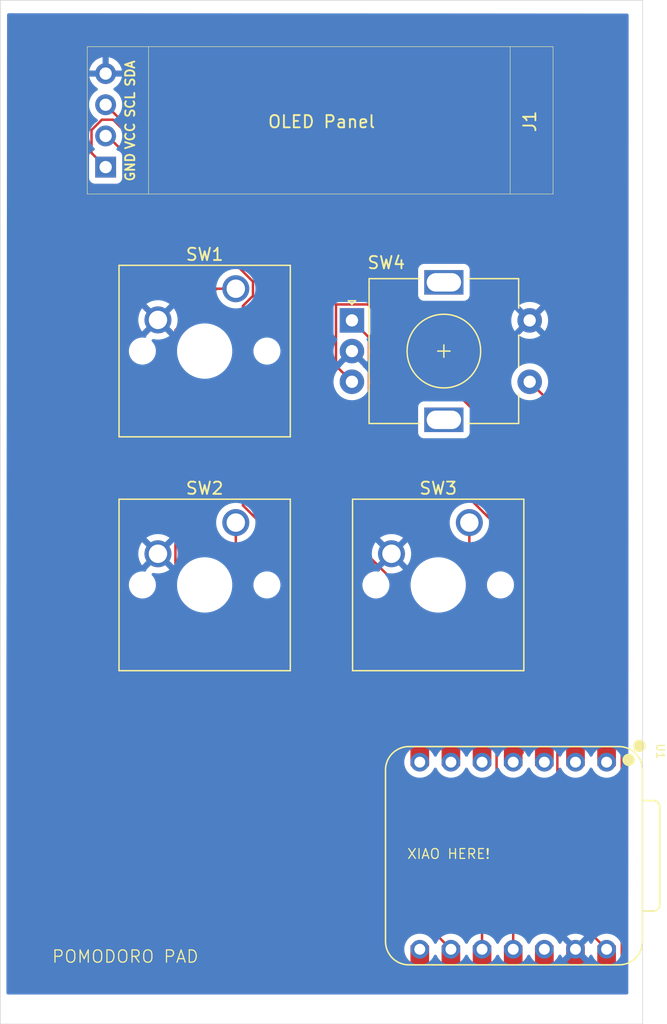
<source format=kicad_pcb>
(kicad_pcb (version 20241229) (generator "pcbnew") (generator_version "9.0")
  (layers (0 "F.Cu" signal) (2 "B.Cu" signal) (13 "F.Paste" user) (15 "B.Paste" user) (5 "F.SilkS" user "F.Silkscreen") (7 "B.SilkS" user "B.Silkscreen") (1 "F.Mask" user) (3 "B.Mask" user) (25 "Edge.Cuts" user))
  (net 0 "")
  (net 1 "Net-(J1-Pin_2)")
  (net 2 "GND")
  (net 3 "Net-(J1-Pin_1)")
  (net 4 "+5V")
  (net 5 "Net-(U1-GPIO2{slash}SCK)")
  (net 6 "Net-(U1-GPIO4{slash}MISO)")
  (net 7 "Net-(U1-GPIO3{slash}MOSI)")
  (net 8 "Net-(U1-GPIO28{slash}ADC2{slash}A2)")
  (net 9 "Net-(U1-GPIO29{slash}ADC3{slash}A3)")
  (net 10 "Net-(U1-GPIO1{slash}RX)")
  (footprint "Button_Switch_Keyboard:SW_Cherry_MX_1.00u_PCB" (layer "F.Cu") (at 159.7025 113.9825)
    (property "Reference" "SW3" (at -2.54 -2.794 0) (layer "F.SilkS"))
    (property "Value" "SW_Push")
    (fp_line (start -9.525 -1.905) (end 4.445 -1.905) (stroke (width 0.12)) (layer "F.SilkS"))
    (fp_line (start -9.525 12.065) (end -9.525 -1.905) (stroke (width 0.12)) (layer "F.SilkS"))
    (fp_line (start 4.445 -1.905) (end 4.445 12.065) (stroke (width 0.12)) (layer "F.SilkS"))
    (fp_line (start 4.445 12.065) (end -9.525 12.065) (stroke (width 0.12)) (layer "F.SilkS"))
    (pad "" np_thru_hole circle (at -7.62 5.08) (size 1.7 1.7) (drill 1.7) (layers "*.Cu" "*.Mask"))
    (pad "" np_thru_hole circle (at -2.54 5.08) (size 4 4) (drill 4) (layers "*.Cu" "*.Mask"))
    (pad "" np_thru_hole circle (at 2.54 5.08) (size 1.7 1.7) (drill 1.7) (layers "*.Cu" "*.Mask"))
    (pad "1" thru_hole circle (at 0 0) (size 2.2 2.2) (drill 1.5) (layers "*.Cu" "*.Mask") (net 7 "Net-(U1-GPIO3{slash}MOSI)"))
    (pad "2" thru_hole circle (at -6.35 2.54) (size 2.2 2.2) (drill 1.5) (layers "*.Cu" "*.Mask") (net 2 "GND"))
  )
  (footprint "Rotary_Encoder:RotaryEncoder_Alps_EC11E-Switch_Vertical_H20mm" (layer "F.Cu") (at 150.125 97.5125)
    (property "Reference" "SW4" (at 2.8 -4.7 0) (layer "F.SilkS"))
    (property "Value" "RotaryEncoder_Switch")
    (fp_line (start -0.3 -1.6) (end 0.3 -1.6) (stroke (width 0.12)) (layer "F.SilkS"))
    (fp_line (start 0 -1.3) (end -0.3 -1.6) (stroke (width 0.12)) (layer "F.SilkS"))
    (fp_line (start 0.3 -1.6) (end 0 -1.3) (stroke (width 0.12)) (layer "F.SilkS"))
    (fp_line (start 1.4 -3.4) (end 1.4 8.4) (stroke (width 0.12)) (layer "F.SilkS"))
    (fp_line (start 5.5 -3.4) (end 1.4 -3.4) (stroke (width 0.12)) (layer "F.SilkS"))
    (fp_line (start 5.5 8.4) (end 1.4 8.4) (stroke (width 0.12)) (layer "F.SilkS"))
    (fp_line (start 7 2.5) (end 8 2.5) (stroke (width 0.12)) (layer "F.SilkS"))
    (fp_line (start 7.5 2) (end 7.5 3) (stroke (width 0.12)) (layer "F.SilkS"))
    (fp_line (start 9.5 -3.4) (end 13.6 -3.4) (stroke (width 0.12)) (layer "F.SilkS"))
    (fp_line (start 13.6 -3.4) (end 13.6 -1) (stroke (width 0.12)) (layer "F.SilkS"))
    (fp_line (start 13.6 1.2) (end 13.6 3.8) (stroke (width 0.12)) (layer "F.SilkS"))
    (fp_line (start 13.6 6) (end 13.6 8.4) (stroke (width 0.12)) (layer "F.SilkS"))
    (fp_line (start 13.6 8.4) (end 9.5 8.4) (stroke (width 0.12)) (layer "F.SilkS"))
    (fp_circle (center 7.5 2.5) (end 10.5 2.5) (stroke (width 0.12)) (fill no) (layer "F.SilkS"))
    (pad "A" thru_hole rect (at 0 0) (size 2 2) (drill 1) (layers "*.Cu" "*.Mask") (net 9 "Net-(U1-GPIO29{slash}ADC3{slash}A3)"))
    (pad "B" thru_hole circle (at 0 5) (size 2 2) (drill 1) (layers "*.Cu" "*.Mask") (net 8 "Net-(U1-GPIO28{slash}ADC2{slash}A2)"))
    (pad "C" thru_hole circle (at 0 2.5) (size 2 2) (drill 1) (layers "*.Cu" "*.Mask") (net 2 "GND"))
    (pad "MP" thru_hole rect (at 7.5 -3.1) (size 3.2 2) (drill oval 2.8 1.5) (layers "*.Cu" "*.Mask"))
    (pad "MP" thru_hole rect (at 7.5 8.1) (size 3.2 2) (drill oval 2.8 1.5) (layers "*.Cu" "*.Mask"))
    (pad "S1" thru_hole circle (at 14.5 5) (size 2 2) (drill 1) (layers "*.Cu" "*.Mask") (net 10 "Net-(U1-GPIO1{slash}RX)"))
    (pad "S2" thru_hole circle (at 14.5 0) (size 2 2) (drill 1) (layers "*.Cu" "*.Mask") (net 2 "GND"))
  )
  (footprint "oled_screen:SSD1306-0.91-OLED-4pin-128x32" (layer "F.Cu") (at 166.5352 87.2158 180)
    (property "Reference" "J1" (at 1.9 5.91 90) (layer "F.SilkS"))
    (property "Value" "Conn_01x04")
    (fp_line (start 38 12) (end 38 0) (stroke (width 0.04)) (layer "F.SilkS"))
    (fp_line (start 38 0) (end 0 0) (stroke (width 0.04)) (layer "F.SilkS"))
    (fp_line (start 33 0) (end 33 12) (stroke (width 0.04)) (layer "F.SilkS"))
    (fp_line (start 3.5 0) (end 3.5 12) (stroke (width 0.04)) (layer "F.SilkS"))
    (fp_line (start 0 12) (end 38 12) (stroke (width 0.04)) (layer "F.SilkS"))
    (fp_line (start 0 0) (end 0 12) (stroke (width 0.04)) (layer "F.SilkS"))
    (fp_text user "GND" (at 34.5 2.19 90) (layer "F.SilkS") (effects (font (size 0.75 0.75))))
    (fp_text user "SCL" (at 34.5 7.27 90) (layer "F.SilkS") (effects (font (size 0.75 0.75))))
    (fp_text user "VCC" (at 34.5 4.73 90) (layer "F.SilkS") (effects (font (size 0.75 0.75))))
    (fp_text user "SDA" (at 34.5 9.81 90) (layer "F.SilkS") (effects (font (size 0.75 0.75))))
    (fp_text user "OLED Panel" (at 18.885 5.885 0) (layer "F.SilkS"))
    (pad "1" thru_hole rect (at 36.5 2.19 180) (size 1.7 1.7) (drill 1) (layers "*.Cu" "*.Mask") (net 3 "Net-(J1-Pin_1)"))
    (pad "2" thru_hole oval (at 36.5 4.73 180) (size 1.7 1.7) (drill 1) (layers "*.Cu" "*.Mask") (net 1 "Net-(J1-Pin_2)"))
    (pad "3" thru_hole oval (at 36.5 7.27 180) (size 1.7 1.7) (drill 1) (layers "*.Cu" "*.Mask") (net 4 "+5V"))
    (pad "4" thru_hole oval (at 36.5 9.81 180) (size 1.7 1.7) (drill 1) (layers "*.Cu" "*.Mask") (net 2 "GND"))
  )
  (footprint "Button_Switch_Keyboard:SW_Cherry_MX_1.00u_PCB" (layer "F.Cu") (at 140.6525 94.9325)
    (property "Reference" "SW1" (at -2.54 -2.794 0) (layer "F.SilkS"))
    (property "Value" "SW_Push")
    (fp_line (start -9.525 -1.905) (end 4.445 -1.905) (stroke (width 0.12)) (layer "F.SilkS"))
    (fp_line (start -9.525 12.065) (end -9.525 -1.905) (stroke (width 0.12)) (layer "F.SilkS"))
    (fp_line (start 4.445 -1.905) (end 4.445 12.065) (stroke (width 0.12)) (layer "F.SilkS"))
    (fp_line (start 4.445 12.065) (end -9.525 12.065) (stroke (width 0.12)) (layer "F.SilkS"))
    (pad "" np_thru_hole circle (at -7.62 5.08) (size 1.7 1.7) (drill 1.7) (layers "*.Cu" "*.Mask"))
    (pad "" np_thru_hole circle (at -2.54 5.08) (size 4 4) (drill 4) (layers "*.Cu" "*.Mask"))
    (pad "" np_thru_hole circle (at 2.54 5.08) (size 1.7 1.7) (drill 1.7) (layers "*.Cu" "*.Mask"))
    (pad "1" thru_hole circle (at 0 0) (size 2.2 2.2) (drill 1.5) (layers "*.Cu" "*.Mask") (net 5 "Net-(U1-GPIO2{slash}SCK)"))
    (pad "2" thru_hole circle (at -6.35 2.54) (size 2.2 2.2) (drill 1.5) (layers "*.Cu" "*.Mask") (net 2 "GND"))
  )
  (footprint "Button_Switch_Keyboard:SW_Cherry_MX_1.00u_PCB" (layer "F.Cu") (at 140.6525 113.9825)
    (property "Reference" "SW2" (at -2.54 -2.794 0) (layer "F.SilkS"))
    (property "Value" "SW_Push")
    (fp_line (start -9.525 -1.905) (end 4.445 -1.905) (stroke (width 0.12)) (layer "F.SilkS"))
    (fp_line (start -9.525 12.065) (end -9.525 -1.905) (stroke (width 0.12)) (layer "F.SilkS"))
    (fp_line (start 4.445 -1.905) (end 4.445 12.065) (stroke (width 0.12)) (layer "F.SilkS"))
    (fp_line (start 4.445 12.065) (end -9.525 12.065) (stroke (width 0.12)) (layer "F.SilkS"))
    (pad "" np_thru_hole circle (at -7.62 5.08) (size 1.7 1.7) (drill 1.7) (layers "*.Cu" "*.Mask"))
    (pad "" np_thru_hole circle (at -2.54 5.08) (size 4 4) (drill 4) (layers "*.Cu" "*.Mask"))
    (pad "" np_thru_hole circle (at 2.54 5.08) (size 1.7 1.7) (drill 1.7) (layers "*.Cu" "*.Mask"))
    (pad "1" thru_hole circle (at 0 0) (size 2.2 2.2) (drill 1.5) (layers "*.Cu" "*.Mask") (net 6 "Net-(U1-GPIO4{slash}MISO)"))
    (pad "2" thru_hole circle (at -6.35 2.54) (size 2.2 2.2) (drill 1.5) (layers "*.Cu" "*.Mask") (net 2 "GND"))
  )
  (footprint "OPL:XIAO-RP2040-DIP" (layer "F.Cu") (at 163.28 141.12 -90)
    (property "Reference" "U1" (at -8.5 -12 270) (layer "F.SilkS") (effects (font (size 0.635 0.635) (thickness 0.1016))))
    (property "Value" "XIAO-RP2040-DIP")
    (fp_line (start -6.985 10.414) (end 6.985 10.414) (stroke (width 0.127)) (layer "F.SilkS"))
    (fp_line (start -8.89 8.509) (end -8.89 -8.636) (stroke (width 0.127)) (layer "F.SilkS"))
    (fp_line (start 8.89 8.509) (end 8.89 -8.636) (stroke (width 0.127)) (layer "F.SilkS"))
    (fp_line (start -4.495 -10.541) (end -4.491272 -11.451272) (stroke (width 0.127)) (layer "F.SilkS"))
    (fp_line (start 6.985 -10.541) (end -6.985 -10.541) (stroke (width 0.1)) (layer "F.SilkS"))
    (fp_line (start 6.985 -10.541) (end -6.985 -10.541) (stroke (width 0.127)) (layer "F.SilkS"))
    (fp_line (start 4.504 -11.451) (end 4.504 -10.541) (stroke (width 0.127)) (layer "F.SilkS"))
    (fp_line (start -3.991272 -11.951) (end 4.004 -11.951) (stroke (width 0.127)) (layer "F.SilkS"))
    (fp_arc (start -6.985 10.414) (mid -8.332038 9.856038) (end -8.89 8.509) (stroke (width 0.127)) (layer "F.SilkS"))
    (fp_arc (start 8.89 8.509) (mid 8.332038 9.856038) (end 6.985 10.414) (stroke (width 0.127)) (layer "F.SilkS"))
    (fp_arc (start -8.89 -8.636) (mid -8.332038 -9.983038) (end -6.985 -10.541) (stroke (width 0.127)) (layer "F.SilkS"))
    (fp_arc (start 6.985 -10.541) (mid 8.332038 -9.983038) (end 8.89 -8.636) (stroke (width 0.127)) (layer "F.SilkS"))
    (fp_arc (start -4.491272 -11.451272) (mid -4.344728 -11.80464) (end -3.991272 -11.951) (stroke (width 0.127)) (layer "F.SilkS"))
    (fp_arc (start 4.004 -11.951) (mid 4.357553 -11.804553) (end 4.504 -11.451) (stroke (width 0.127)) (layer "F.SilkS"))
    (fp_circle (center -7.807 -9.42) (end -7.807 -9.674) (stroke (width 0.5)) (fill yes) (layer "F.SilkS"))
    (fp_circle (center -8.95 -10.3) (end -8.95 -10.554) (stroke (width 0.5)) (fill yes) (layer "F.SilkS"))
    (pad "1" smd roundrect (at -8.455 -7.62 90) (size 2.432 1.524) (layers "F.Cu" "F.Mask") (roundrect_rratio 0.1))
    (pad "1" thru_hole circle (at -7.62 -7.62 90) (size 1.524 1.524) (drill 0.889) (layers "*.Cu" "*.Mask"))
    (pad "2" smd roundrect (at -8.455 -5.08 90) (size 2.432 1.524) (layers "F.Cu" "F.Mask") (roundrect_rratio 0.1))
    (pad "2" thru_hole circle (at -7.62 -5.08 90) (size 1.524 1.524) (drill 0.889) (layers "*.Cu" "*.Mask"))
    (pad "3" smd roundrect (at -8.455 -2.54 90) (size 2.432 1.524) (layers "F.Cu" "F.Mask") (roundrect_rratio 0.1) (net 8 "Net-(U1-GPIO28{slash}ADC2{slash}A2)"))
    (pad "3" thru_hole circle (at -7.62 -2.54 90) (size 1.524 1.524) (drill 0.889) (layers "*.Cu" "*.Mask") (net 8 "Net-(U1-GPIO28{slash}ADC2{slash}A2)"))
    (pad "4" smd roundrect (at -8.455 0 90) (size 2.432 1.524) (layers "F.Cu" "F.Mask") (roundrect_rratio 0.1) (net 9 "Net-(U1-GPIO29{slash}ADC3{slash}A3)"))
    (pad "4" thru_hole circle (at -7.62 0 90) (size 1.524 1.524) (drill 0.889) (layers "*.Cu" "*.Mask") (net 9 "Net-(U1-GPIO29{slash}ADC3{slash}A3)"))
    (pad "5" smd roundrect (at -8.455 2.54 90) (size 2.432 1.524) (layers "F.Cu" "F.Mask") (roundrect_rratio 0.1) (net 3 "Net-(J1-Pin_1)"))
    (pad "5" thru_hole circle (at -7.62 2.54 90) (size 1.524 1.524) (drill 0.889) (layers "*.Cu" "*.Mask") (net 3 "Net-(J1-Pin_1)"))
    (pad "6" smd roundrect (at -8.455 5.08 90) (size 2.432 1.524) (layers "F.Cu" "F.Mask") (roundrect_rratio 0.1) (net 1 "Net-(J1-Pin_2)"))
    (pad "6" thru_hole circle (at -7.62 5.08 90) (size 1.524 1.524) (drill 0.889) (layers "*.Cu" "*.Mask") (net 1 "Net-(J1-Pin_2)"))
    (pad "7" smd roundrect (at -8.455 7.62 90) (size 2.432 1.524) (layers "F.Cu" "F.Mask") (roundrect_rratio 0.1))
    (pad "7" thru_hole circle (at -7.62 7.62 90) (size 1.524 1.524) (drill 0.889) (layers "*.Cu" "*.Mask"))
    (pad "8" thru_hole circle (at 7.62 7.62 270) (size 1.524 1.524) (drill 0.889) (layers "*.Cu" "*.Mask") (net 10 "Net-(U1-GPIO1{slash}RX)"))
    (pad "8" smd roundrect (at 8.455 7.62 270) (size 2.432 1.524) (layers "F.Cu" "F.Mask") (roundrect_rratio 0.1) (net 10 "Net-(U1-GPIO1{slash}RX)"))
    (pad "9" thru_hole circle (at 7.62 5.08 270) (size 1.524 1.524) (drill 0.889) (layers "*.Cu" "*.Mask") (net 5 "Net-(U1-GPIO2{slash}SCK)"))
    (pad "9" smd roundrect (at 8.455 5.08 270) (size 2.432 1.524) (layers "F.Cu" "F.Mask") (roundrect_rratio 0.1) (net 5 "Net-(U1-GPIO2{slash}SCK)"))
    (pad "10" thru_hole circle (at 7.62 2.54 270) (size 1.524 1.524) (drill 0.889) (layers "*.Cu" "*.Mask") (net 6 "Net-(U1-GPIO4{slash}MISO)"))
    (pad "10" smd roundrect (at 8.455 2.54 270) (size 2.432 1.524) (layers "F.Cu" "F.Mask") (roundrect_rratio 0.1) (net 6 "Net-(U1-GPIO4{slash}MISO)"))
    (pad "11" thru_hole circle (at 7.62 0 270) (size 1.524 1.524) (drill 0.889) (layers "*.Cu" "*.Mask") (net 7 "Net-(U1-GPIO3{slash}MOSI)"))
    (pad "11" smd roundrect (at 8.455 0 270) (size 2.432 1.524) (layers "F.Cu" "F.Mask") (roundrect_rratio 0.1) (net 7 "Net-(U1-GPIO3{slash}MOSI)"))
    (pad "12" thru_hole circle (at 7.62 -2.54 270) (size 1.524 1.524) (drill 0.889) (layers "*.Cu" "*.Mask"))
    (pad "12" smd roundrect (at 8.455 -2.54 270) (size 2.432 1.524) (layers "F.Cu" "F.Mask") (roundrect_rratio 0.1))
    (pad "13" thru_hole circle (at 7.62 -5.08 270) (size 1.524 1.524) (drill 0.889) (layers "*.Cu" "*.Mask") (net 2 "GND"))
    (pad "13" smd roundrect (at 8.455 -5.08 270) (size 2.432 1.524) (layers "F.Cu" "F.Mask") (roundrect_rratio 0.1) (net 2 "GND"))
    (pad "14" thru_hole circle (at 7.62 -7.62 270) (size 1.524 1.524) (drill 0.889) (layers "*.Cu" "*.Mask") (net 4 "+5V"))
    (pad "14" smd roundrect (at 8.455 -7.62 270) (size 2.432 1.524) (layers "F.Cu" "F.Mask") (roundrect_rratio 0.1) (net 4 "+5V"))
  )
  (gr_rect (start 121.44375 71.4375) (end 173.83125 154.825) (stroke (width 0.05)) (fill no) (layer "Edge.Cuts"))
  (gr_text "POMODORO PAD\n" (at 125.6 149.92 0) (layer "F.SilkS") (effects (font (size 1 1) (thickness 0.1)) (justify left bottom)))
  (gr_text "XIAO HERE!" (at 154.58 141.44 0) (layer "F.SilkS") (effects (font (size 0.8 0.8) (thickness 0.1)) (justify left bottom)))
  (segment (start 158.2 129.548686) (end 158.2 133.5) (width 0.2) (layer "F.Cu") (net 1))
  (segment (start 141.232814 96.3335) (end 141.232814 112.5815) (width 0.2) (layer "F.Cu") (net 1))
  (segment (start 130.0352 82.4858) (end 130.187114 82.4858) (width 0.2) (layer "F.Cu") (net 1))
  (segment (start 142.0535 95.512814) (end 141.232814 96.3335) (width 0.2) (layer "F.Cu") (net 1))
  (segment (start 141.232814 112.5815) (end 158.2 129.548686) (width 0.2) (layer "F.Cu") (net 1))
  (segment (start 130.187114 82.4858) (end 142.0535 94.352186) (width 0.2) (layer "F.Cu") (net 1))
  (segment (start 142.0535 94.352186) (end 142.0535 95.512814) (width 0.2) (layer "F.Cu") (net 1))
  (segment (start 130.64352 81.16432) (end 145.0209 95.5417) (width 0.2) (layer "F.Cu") (net 3))
  (segment (start 128.8842 82.00904) (end 129.72892 81.16432) (width 0.2) (layer "F.Cu") (net 3))
  (segment (start 145.0209 95.5417) (end 145.0209 110.245716) (width 0.2) (layer "F.Cu") (net 3))
  (segment (start 145.0209 110.245716) (end 160.74 125.964816) (width 0.2) (layer "F.Cu") (net 3))
  (segment (start 160.74 125.964816) (end 160.74 133.5) (width 0.2) (layer "F.Cu") (net 3))
  (segment (start 130.0352 85.0258) (end 128.8842 83.8748) (width 0.2) (layer "F.Cu") (net 3))
  (segment (start 129.72892 81.16432) (end 130.64352 81.16432) (width 0.2) (layer "F.Cu") (net 3))
  (segment (start 128.8842 83.8748) (end 128.8842 82.00904) (width 0.2) (layer "F.Cu") (net 3))
  (segment (start 166.883 144.723) (end 166.883 111.1014) (width 0.2) (layer "F.Cu") (net 4))
  (segment (start 170.9 148.74) (end 166.883 144.723) (width 0.2) (layer "F.Cu") (net 4))
  (segment (start 145.187 95.0976) (end 130.0352 79.9458) (width 0.2) (layer "F.Cu") (net 4))
  (segment (start 166.883 111.1014) (end 150.8792 95.0976) (width 0.2) (layer "F.Cu") (net 4))
  (segment (start 146.0754 95.0976) (end 145.187 95.0976) (width 0.2) (layer "F.Cu") (net 4))
  (segment (start 150.8792 95.0976) (end 146.0754 95.0976) (width 0.2) (layer "F.Cu") (net 4))
  (segment (start 158.2 148.74) (end 135.73125 126.27125) (width 0.2) (layer "F.Cu") (net 5))
  (segment (start 139.096866 94.9325) (end 140.6525 94.9325) (width 0.2) (layer "F.Cu") (net 5))
  (segment (start 135.73125 98.298116) (end 139.096866 94.9325) (width 0.2) (layer "F.Cu") (net 5))
  (segment (start 135.73125 126.27125) (end 135.73125 98.298116) (width 0.2) (layer "F.Cu") (net 5))
  (segment (start 160.74 141.69) (end 160.74 148.74) (width 0.2) (layer "F.Cu") (net 6))
  (segment (start 140.6525 113.9825) (end 140.6525 121.6025) (width 0.2) (layer "F.Cu") (net 6))
  (segment (start 140.6525 121.6025) (end 160.74 141.69) (width 0.2) (layer "F.Cu") (net 6))
  (segment (start 159.7025 118.22097) (end 159.7025 113.9825) (width 0.2) (layer "F.Cu") (net 7))
  (segment (start 163.28 138.0129) (end 161.925 136.6579) (width 0.2) (layer "F.Cu") (net 7))
  (segment (start 161.925 120.44347) (end 159.7025 118.22097) (width 0.2) (layer "F.Cu") (net 7))
  (segment (start 163.28 148.74) (end 163.28 138.0129) (width 0.2) (layer "F.Cu") (net 7))
  (segment (start 161.925 136.6579) (end 161.925 120.44347) (width 0.2) (layer "F.Cu") (net 7))
  (segment (start 148.824 96.2115) (end 148.824 101.2115) (width 0.2) (layer "F.Cu") (net 8))
  (segment (start 151.426 96.2115) (end 148.824 96.2115) (width 0.2) (layer "F.Cu") (net 8))
  (segment (start 148.824 101.2115) (end 150.125 102.5125) (width 0.2) (layer "F.Cu") (net 8))
  (segment (start 165.82 133.5) (end 165.82 110.6055) (width 0.2) (layer "F.Cu") (net 8))
  (segment (start 165.82 110.6055) (end 151.426 96.2115) (width 0.2) (layer "F.Cu") (net 8))
  (segment (start 164.041999 132.738001) (end 164.041999 116.340685) (width 0.2) (layer "F.Cu") (net 9))
  (segment (start 151.514814 98.902314) (end 150.125 97.5125) (width 0.2) (layer "F.Cu") (net 9))
  (segment (start 164.041999 116.340685) (end 151.514814 103.8135) (width 0.2) (layer "F.Cu") (net 9))
  (segment (start 163.28 133.5) (end 164.041999 132.738001) (width 0.2) (layer "F.Cu") (net 9))
  (segment (start 151.514814 103.8135) (end 151.514814 98.902314) (width 0.2) (layer "F.Cu") (net 9))
  (segment (start 156.93437 151.092) (end 171.701626 151.092) (width 0.2) (layer "F.Cu") (net 10))
  (segment (start 172.1358 150.657826) (end 172.1358 110.0233) (width 0.2) (layer "F.Cu") (net 10))
  (segment (start 172.1358 110.0233) (end 164.625 102.5125) (width 0.2) (layer "F.Cu") (net 10))
  (segment (start 155.66 149.81763) (end 156.93437 151.092) (width 0.2) (layer "F.Cu") (net 10))
  (segment (start 155.66 148.74) (end 155.66 149.81763) (width 0.2) (layer "F.Cu") (net 10))
  (segment (start 171.701626 151.092) (end 172.1358 150.657826) (width 0.2) (layer "F.Cu") (net 10))
  (zone (net 2) (net_name "GND") (layer "B.Cu") (connect_pads (clearance 0.5)) (min_thickness 0.25) (fill yes (thermal_gap 0.5) (thermal_bridge_width 0.5))
    (polygon (pts (xy 121.9962 72.4916) (xy 121.92 152.4254) (xy 172.6692 152.4254) (xy 172.6946 72.4408) (xy 172.6946 72.517) (xy 172.7708 72.517)))
  )
)
</source>
